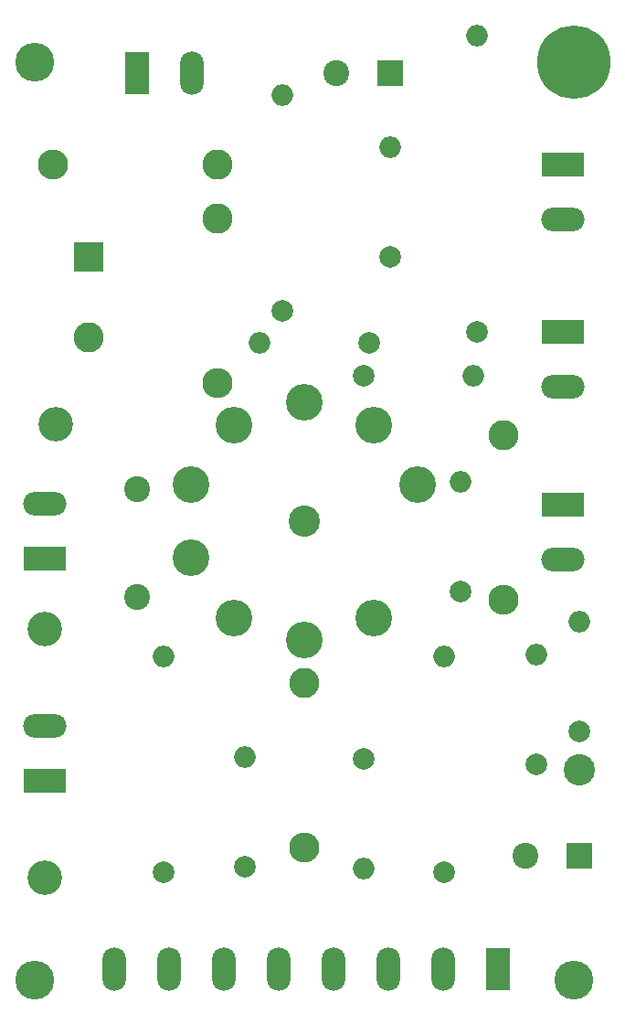
<source format=gbr>
G04 #@! TF.FileFunction,Soldermask,Top*
%FSLAX46Y46*%
G04 Gerber Fmt 4.6, Leading zero omitted, Abs format (unit mm)*
G04 Created by KiCad (PCBNEW 4.0.6) date Friday, 28 July 2017 'PMt' 19:42:32*
%MOMM*%
%LPD*%
G01*
G04 APERTURE LIST*
%ADD10C,0.100000*%
%ADD11C,2.000000*%
%ADD12O,2.000000X2.000000*%
%ADD13C,3.600000*%
%ADD14R,2.800000X2.800000*%
%ADD15C,2.800000*%
%ADD16C,6.800000*%
%ADD17C,3.200000*%
%ADD18R,4.000000X2.200000*%
%ADD19O,4.000000X2.200000*%
%ADD20R,2.200000X4.000000*%
%ADD21O,2.200000X4.000000*%
%ADD22C,3.400000*%
%ADD23C,2.900000*%
%ADD24O,2.800000X2.800000*%
%ADD25R,2.400000X2.400000*%
%ADD26C,2.400000*%
G04 APERTURE END LIST*
D10*
D11*
X200500000Y-85500000D03*
D12*
X200500000Y-65500000D03*
D13*
X177500000Y-147500000D03*
D14*
X182500000Y-80500000D03*
D15*
X182500000Y-88000000D03*
D13*
X227500000Y-147500000D03*
X177500000Y-62500000D03*
D11*
X189500000Y-137500000D03*
D12*
X189500000Y-117500000D03*
D11*
X215500000Y-137500000D03*
D12*
X215500000Y-117500000D03*
D16*
X227500000Y-62500000D03*
D11*
X208000000Y-127000000D03*
D12*
X208000000Y-137160000D03*
D11*
X197000000Y-137000000D03*
D12*
X197000000Y-126840000D03*
D17*
X178500000Y-115000000D03*
X179500000Y-96000000D03*
X178500000Y-138000000D03*
D18*
X226500000Y-103500000D03*
D19*
X226500000Y-108580000D03*
D18*
X178500000Y-129000000D03*
D19*
X178500000Y-123920000D03*
D18*
X178500000Y-108500000D03*
D19*
X178500000Y-103420000D03*
D20*
X187000000Y-63500000D03*
D21*
X192080000Y-63500000D03*
D18*
X226500000Y-87500000D03*
D19*
X226500000Y-92580000D03*
D18*
X226500000Y-72000000D03*
D19*
X226500000Y-77080000D03*
D11*
X208500000Y-88500000D03*
D12*
X198340000Y-88500000D03*
D11*
X217000000Y-111500000D03*
D12*
X217000000Y-101340000D03*
D11*
X208000000Y-91500000D03*
D12*
X218160000Y-91500000D03*
D11*
X210500000Y-80500000D03*
D12*
X210500000Y-70340000D03*
D11*
X218500000Y-87500000D03*
D12*
X218500000Y-60000000D03*
D22*
X208989435Y-113931484D03*
X202500041Y-116040367D03*
X196010602Y-113931820D03*
X192000019Y-108411708D03*
X191999956Y-101588329D03*
X196010688Y-96068136D03*
X202499959Y-93959633D03*
X208989398Y-96068180D03*
X212999981Y-101588292D03*
D23*
X202500000Y-105000000D03*
D15*
X194500000Y-77000000D03*
D24*
X194500000Y-92240000D03*
D15*
X202500000Y-120000000D03*
D24*
X202500000Y-135240000D03*
D15*
X221000000Y-97000000D03*
D24*
X221000000Y-112240000D03*
D15*
X194500000Y-72000000D03*
D24*
X179260000Y-72000000D03*
D25*
X210500000Y-63500000D03*
D26*
X205500000Y-63500000D03*
X187000000Y-112000000D03*
X187000000Y-102000000D03*
D20*
X220500000Y-146500000D03*
D21*
X215420000Y-146500000D03*
X210340000Y-146500000D03*
X205260000Y-146500000D03*
X200180000Y-146500000D03*
X195100000Y-146500000D03*
X190020000Y-146500000D03*
X184940000Y-146500000D03*
D25*
X228000000Y-136000000D03*
D26*
X223000000Y-136000000D03*
D23*
X228000000Y-128000000D03*
D11*
X228000000Y-124500000D03*
D12*
X228000000Y-114340000D03*
D11*
X224000000Y-127500000D03*
D12*
X224000000Y-117340000D03*
M02*

</source>
